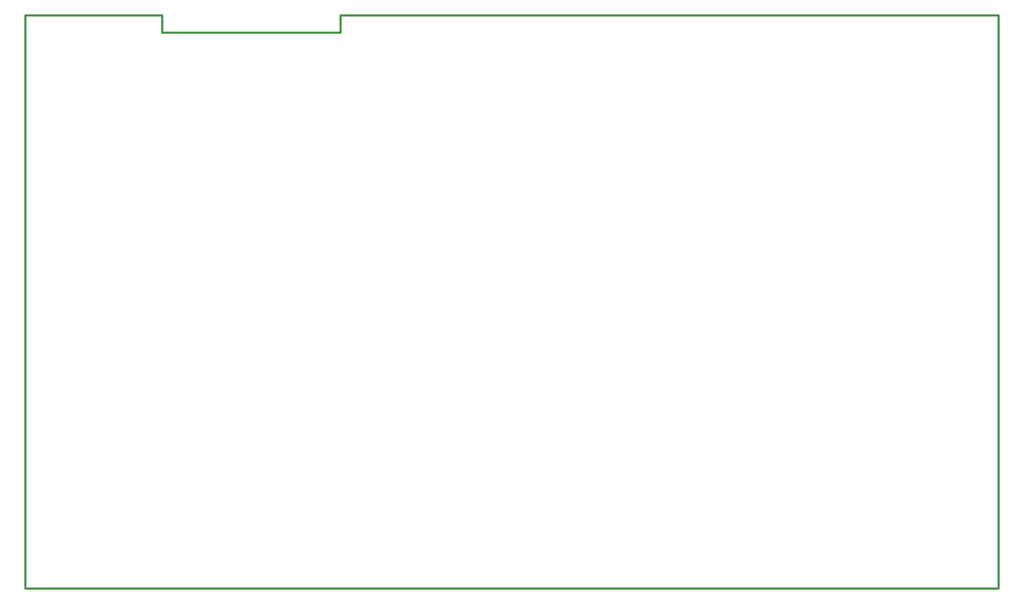
<source format=gbp>
%FSLAX44Y44*%
%MOMM*%
G71*
G01*
G75*
G04 Layer_Color=128*
%ADD10C,0.2000*%
%ADD11R,0.7500X1.3000*%
%ADD12C,0.3500*%
%ADD13R,1.3000X0.7500*%
%ADD14R,1.3000X1.9000*%
%ADD15R,0.6500X1.7500*%
%ADD16O,1.7000X0.4500*%
%ADD17O,2.0320X0.8890*%
%ADD18R,2.0320X0.8890*%
%ADD19P,1.4142X4X180.0*%
%ADD20P,1.4142X4X90.0*%
%ADD21R,1.0000X1.9000*%
%ADD22R,6.8000X6.9000*%
%ADD23R,2.6000X1.8000*%
%ADD24R,2.4000X2.5000*%
%ADD25R,2.6000X2.2000*%
%ADD26R,0.9900X0.6900*%
%ADD27R,5.5000X2.0000*%
%ADD28R,3.5000X1.2000*%
%ADD29R,1.0000X2.2000*%
%ADD30R,1.4500X2.0000*%
%ADD31R,0.8000X1.5000*%
%ADD32R,2.0000X3.0000*%
%ADD33R,1.0000X1.5000*%
%ADD34R,0.7000X1.5000*%
%ADD35R,1.5500X0.2500*%
%ADD36R,0.2500X1.5500*%
%ADD37R,0.9500X1.6500*%
%ADD38R,2.0000X0.6000*%
%ADD39O,2.1000X0.6000*%
%ADD40R,2.0000X5.5000*%
%ADD41R,5.3000X5.3000*%
%ADD42O,0.3000X0.8000*%
%ADD43O,0.8000X0.3000*%
%ADD44C,1.0000*%
%ADD45C,2.5000*%
%ADD46C,0.2500*%
%ADD47C,0.5000*%
%ADD48C,1.5000*%
%ADD49C,0.1250*%
%ADD50C,0.1500*%
%ADD51C,1.8000*%
%ADD52C,1.9000*%
%ADD53R,1.9000X1.9000*%
%ADD54C,1.5000*%
%ADD55R,1.5000X1.5000*%
%ADD56C,2.5400*%
%ADD57R,2.5000X2.5000*%
%ADD58C,2.5000*%
%ADD59O,1.4000X2.0000*%
%ADD60C,3.0000*%
%ADD61R,3.6000X2.6000*%
%ADD62O,3.2000X1.4000*%
%ADD63O,1.3000X3.5000*%
%ADD64O,3.7000X1.4000*%
%ADD65O,3.0000X1.4000*%
%ADD66O,1.4000X3.0000*%
%ADD67C,1.7000*%
%ADD68C,5.0000*%
%ADD69C,1.8000*%
%ADD70C,1.8000*%
%ADD71R,1.8000X1.8000*%
%ADD72C,7.0000*%
%ADD73C,4.6000*%
%ADD74R,1.6510X1.6510*%
%ADD75C,1.6510*%
%ADD76R,1.6510X1.6510*%
%ADD77C,2.4000*%
%ADD78R,2.0320X2.0320*%
%ADD79C,2.0320*%
%ADD80C,0.4000*%
%ADD81C,1.0000*%
%ADD82C,0.6000*%
%ADD83C,0.1250*%
%ADD84C,0.6000*%
%ADD85C,0.2540*%
%ADD86C,0.1778*%
%ADD87C,0.0800*%
%ADD88C,0.1270*%
%ADD89C,0.2032*%
%ADD90C,0.0100*%
%ADD91R,1.1000X0.2000*%
%ADD92R,1.0001X3.2500*%
%ADD93R,1.0000X3.2500*%
%ADD94R,0.9000X1.4500*%
%ADD95R,1.0000X3.2500*%
%ADD96R,0.9532X1.5032*%
%ADD97C,0.5532*%
%ADD98R,1.5032X0.9532*%
%ADD99R,1.5032X2.1032*%
%ADD100R,0.8532X1.9532*%
%ADD101O,1.9032X0.6532*%
%ADD102O,2.2352X1.0922*%
%ADD103R,2.2352X1.0922*%
%ADD104P,1.7016X4X180.0*%
%ADD105P,1.7016X4X90.0*%
%ADD106R,1.2032X2.1032*%
%ADD107R,7.0032X7.1032*%
%ADD108R,2.8032X2.0032*%
%ADD109R,2.6032X2.7032*%
%ADD110R,2.8032X2.4032*%
%ADD111R,1.1932X0.8932*%
%ADD112R,5.7032X2.2032*%
%ADD113R,3.7032X1.4032*%
%ADD114R,1.2032X2.4032*%
%ADD115R,1.6532X2.2032*%
%ADD116R,1.0032X1.7032*%
%ADD117R,2.2032X3.2032*%
%ADD118R,1.2032X1.7032*%
%ADD119R,0.9032X1.7032*%
%ADD120R,1.7532X0.4532*%
%ADD121R,0.4532X1.7532*%
%ADD122R,1.1532X1.8532*%
%ADD123R,2.2032X0.8032*%
%ADD124O,2.3032X0.8032*%
%ADD125R,2.2032X5.7032*%
%ADD126R,5.5032X5.5032*%
%ADD127O,0.5032X1.0032*%
%ADD128O,1.0032X0.5032*%
%ADD129C,2.1032*%
%ADD130R,2.1032X2.1032*%
%ADD131C,1.7032*%
%ADD132R,1.7032X1.7032*%
%ADD133C,2.7432*%
%ADD134R,0.2032X0.2032*%
%ADD135R,2.7032X2.7032*%
%ADD136C,2.7032*%
%ADD137O,1.6032X2.2032*%
%ADD138C,3.2032*%
%ADD139R,3.8032X2.8032*%
%ADD140O,3.4032X1.6032*%
%ADD141O,1.5032X3.7032*%
%ADD142O,3.9032X1.6032*%
%ADD143O,3.2032X1.6032*%
%ADD144O,1.6032X3.2032*%
%ADD145C,1.9032*%
%ADD146C,5.2032*%
%ADD147C,2.0032*%
%ADD148C,2.0032*%
%ADD149R,2.0032X2.0032*%
%ADD150C,7.2032*%
%ADD151C,4.8032*%
%ADD152R,1.8542X1.8542*%
%ADD153C,1.8542*%
%ADD154R,1.8542X1.8542*%
%ADD155C,2.6032*%
%ADD156R,2.2352X2.2352*%
%ADD157C,2.2352*%
%ADD158C,1.2032*%
D47*
X-270Y-0D02*
Y1320000D01*
X2239730Y-0D02*
X-270D01*
X2239730D02*
Y1320000D01*
X724730Y1280000D02*
Y1320000D01*
Y1280000D02*
X314730D01*
Y1320000D01*
X-270D01*
X2239730D02*
X724730D01*
X2239730Y1320000D02*
X2239730Y1320000D01*
M02*

</source>
